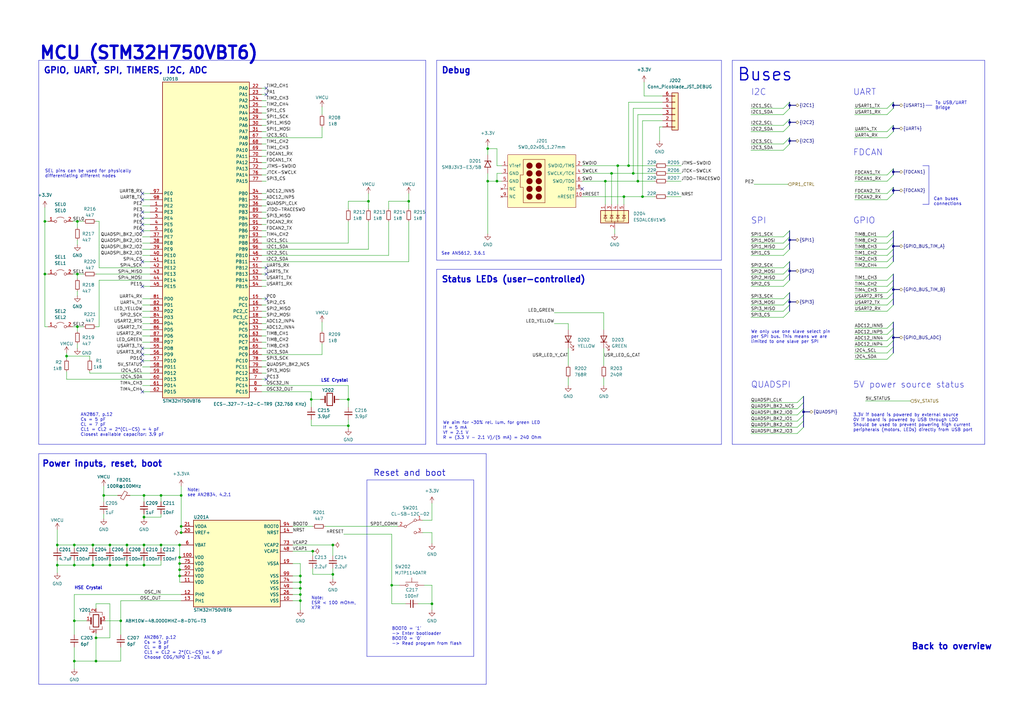
<source format=kicad_sch>
(kicad_sch (version 20230121) (generator eeschema)
  (paper "A3")
  (title_block (title "MCU") (company "EPFL Xplore") (comment 2 "Author: Vincent Nguyen"))
  (bus_alias "FDCAN1" (members "FDCAN1_TX" "FDCAN1_RX"))
  (bus_alias "FDCAN2" (members "FDCAN2_TX" "FDCAN2_RX"))
  (junction (at 248.285 74.295))
  (junction (at 200.025 74.295))
  (junction (at 30.48 271.145))
  (junction (at 128.27 226.06))
  (junction (at 31.75 112.395))
  (junction (at 177.165 247.65))
  (junction (at 250.825 71.12))
  (junction (at 329.565 168.91))
  (junction (at 66.04 223.52))
  (junction (at 151.13 82.55))
  (junction (at 366.395 52.705))
  (junction (at 123.19 238.76))
  (junction (at 74.295 203.2))
  (junction (at 73.66 236.22))
  (junction (at 200.025 60.96))
  (junction (at 257.81 67.945))
  (junction (at 123.19 236.22))
  (junction (at 123.19 243.84))
  (junction (at 142.875 174.625))
  (junction (at 142.875 163.83))
  (junction (at 323.85 43.18))
  (junction (at 59.055 231.775))
  (junction (at 18.415 112.395))
  (junction (at 167.64 82.55))
  (junction (at 74.295 215.9))
  (junction (at 30.48 223.52))
  (junction (at 45.085 231.775))
  (junction (at 49.53 254.635))
  (junction (at 30.48 254.635))
  (junction (at 45.085 223.52))
  (junction (at 203.835 74.295))
  (junction (at 160.655 240.03))
  (junction (at 255.905 80.645))
  (junction (at 366.395 70.485))
  (junction (at 52.07 231.775))
  (junction (at 74.295 218.44))
  (junction (at 73.66 223.52))
  (junction (at 42.545 203.2))
  (junction (at 136.525 235.585))
  (junction (at 261.62 74.295))
  (junction (at 263.525 80.645))
  (junction (at 39.37 261.62))
  (junction (at 59.055 212.09))
  (junction (at 52.07 223.52))
  (junction (at 66.04 203.2))
  (junction (at 366.395 43.18))
  (junction (at 323.85 98.425))
  (junction (at 253.365 67.945))
  (junction (at 366.395 100.965))
  (junction (at 31.75 90.805))
  (junction (at 59.055 223.52))
  (junction (at 39.37 271.145))
  (junction (at 366.395 138.43))
  (junction (at 366.395 118.745))
  (junction (at 323.85 123.825))
  (junction (at 73.66 231.14))
  (junction (at 73.66 233.68))
  (junction (at 23.495 223.52))
  (junction (at 38.1 231.775))
  (junction (at 30.48 231.775))
  (junction (at 31.75 133.985))
  (junction (at 366.395 78.105))
  (junction (at 23.495 231.775))
  (junction (at 136.525 223.52))
  (junction (at 259.715 71.12))
  (junction (at 27.305 146.05))
  (junction (at 73.66 228.6))
  (junction (at 38.1 223.52))
  (junction (at 59.055 203.2))
  (junction (at 323.85 50.165))
  (junction (at 323.85 111.125))
  (junction (at 18.415 90.805))
  (junction (at 127.635 163.83))
  (junction (at 323.85 57.785))
  (junction (at 123.19 241.3))
  (junction (at 123.19 246.38))
  (no_connect (at 58.42 89.535))
  (no_connect (at 58.42 107.315))
  (no_connect (at 109.22 109.855))
  (no_connect (at 58.42 160.655))
  (no_connect (at 58.42 147.955))
  (no_connect (at 58.42 145.415))
  (no_connect (at 109.22 38.735))
  (no_connect (at 58.42 79.375))
  (no_connect (at 109.22 122.555))
  (no_connect (at 109.22 112.395))
  (no_connect (at 58.42 142.875))
  (no_connect (at 109.22 36.195))
  (no_connect (at 58.42 117.475))
  (no_connect (at 58.42 94.615))
  (no_connect (at 58.42 86.995))
  (no_connect (at 238.76 77.47))
  (no_connect (at 109.22 155.575))
  (no_connect (at 58.42 92.075))
  (no_connect (at 58.42 81.915))
  (bus_entry (at 363.855 79.375) (size 2.54 -2.54))
  (bus_entry (at 321.31 61.595) (size 2.54 -2.54))
  (bus_entry (at 327.025 175.26) (size 2.54 -2.54))
  (bus_entry (at 363.855 107.315) (size 2.54 -2.54))
  (bus_entry (at 363.855 122.555) (size 2.54 -2.54))
  (bus_entry (at 321.31 127.635) (size 2.54 -2.54))
  (bus_entry (at 363.855 147.32) (size 2.54 -2.54))
  (bus_entry (at 327.025 177.8) (size 2.54 -2.54))
  (bus_entry (at 363.855 56.515) (size 2.54 -2.54))
  (bus_entry (at 363.855 104.775) (size 2.54 -2.54))
  (bus_entry (at 363.855 127.635) (size 2.54 -2.54))
  (bus_entry (at 321.31 117.475) (size 2.54 -2.54))
  (bus_entry (at 363.855 109.855) (size 2.54 -2.54))
  (bus_entry (at 321.31 46.99) (size 2.54 -2.54))
  (bus_entry (at 363.855 53.975) (size 2.54 -2.54))
  (bus_entry (at 321.31 44.45) (size 2.54 -2.54))
  (bus_entry (at 321.31 53.975) (size 2.54 -2.54))
  (bus_entry (at 363.855 142.24) (size 2.54 -2.54))
  (bus_entry (at 363.855 102.235) (size 2.54 -2.54))
  (bus_entry (at 321.31 125.095) (size 2.54 -2.54))
  (bus_entry (at 363.855 97.155) (size 2.54 -2.54))
  (bus_entry (at 363.855 144.78) (size 2.54 -2.54))
  (bus_entry (at 363.855 125.095) (size 2.54 -2.54))
  (bus_entry (at 321.31 51.435) (size 2.54 -2.54))
  (bus_entry (at 321.31 59.055) (size 2.54 -2.54))
  (bus_entry (at 327.025 167.64) (size 2.54 -2.54))
  (bus_entry (at 321.31 112.395) (size 2.54 -2.54))
  (bus_entry (at 321.31 102.235) (size 2.54 -2.54))
  (bus_entry (at 321.31 104.775) (size 2.54 -2.54))
  (bus_entry (at 363.855 120.015) (size 2.54 -2.54))
  (bus_entry (at 327.025 172.72) (size 2.54 -2.54))
  (bus_entry (at 363.855 99.695) (size 2.54 -2.54))
  (bus_entry (at 363.855 134.62) (size 2.54 -2.54))
  (bus_entry (at 327.025 170.18) (size 2.54 -2.54))
  (bus_entry (at 363.855 71.755) (size 2.54 -2.54))
  (bus_entry (at 321.31 109.855) (size 2.54 -2.54))
  (bus_entry (at 321.31 114.935) (size 2.54 -2.54))
  (bus_entry (at 363.855 137.16) (size 2.54 -2.54))
  (bus_entry (at 321.31 122.555) (size 2.54 -2.54))
  (bus_entry (at 363.855 139.7) (size 2.54 -2.54))
  (bus_entry (at 321.31 99.695) (size 2.54 -2.54))
  (bus_entry (at 321.31 97.155) (size 2.54 -2.54))
  (bus_entry (at 327.025 165.1) (size 2.54 -2.54))
  (bus_entry (at 363.855 74.295) (size 2.54 -2.54))
  (bus_entry (at 363.855 44.45) (size 2.54 -2.54))
  (bus_entry (at 363.855 114.935) (size 2.54 -2.54))
  (bus_entry (at 363.855 46.99) (size 2.54 -2.54))
  (bus_entry (at 321.31 130.175) (size 2.54 -2.54))
  (bus_entry (at 363.855 81.915) (size 2.54 -2.54))
  (bus_entry (at 363.855 117.475) (size 2.54 -2.54))
  (wire (pts (xy 107.315 153.035) (xy 109.22 153.035)))
  (wire (pts (xy 233.045 142.875) (xy 233.045 149.86)))
  (wire (pts (xy 127.635 174.625) (xy 127.635 172.085)))
  (wire (pts (xy 177.165 206.375) (xy 177.165 213.36)))
  (bus (pts (xy 329.565 165.1) (xy 329.565 167.64)))
  (wire (pts (xy 30.48 231.775) (xy 38.1 231.775)))
  (wire (pts (xy 107.315 61.595) (xy 109.22 61.595)))
  (wire (pts (xy 248.285 74.295) (xy 261.62 74.295)))
  (wire (pts (xy 227.33 132.715) (xy 233.045 132.715)))
  (wire (pts (xy 273.6316 80.645) (xy 279.4 80.645)))
  (bus (pts (xy 366.395 134.62) (xy 366.395 137.16)))
  (wire (pts (xy 350.52 99.695) (xy 363.855 99.695)))
  (wire (pts (xy 132.08 43.815) (xy 132.08 46.99)))
  (polyline (pts (xy 179.07 110.49) (xy 179.07 182.245)))
  (wire (pts (xy 30.48 243.84) (xy 30.48 254.635)))
  (polyline (pts (xy 174.625 182.245) (xy 15.875 182.245)))
  (wire (pts (xy 307.975 46.99) (xy 321.31 46.99)))
  (bus (pts (xy 366.395 102.235) (xy 366.395 104.775)))
  (wire (pts (xy 166.37 247.65) (xy 160.655 247.65)))
  (bus (pts (xy 366.395 43.18) (xy 368.935 43.18)))
  (wire (pts (xy 38.1 231.775) (xy 38.1 229.87)))
  (wire (pts (xy 350.52 107.315) (xy 363.855 107.315)))
  (wire (pts (xy 350.52 104.775) (xy 363.855 104.775)))
  (bus (pts (xy 366.395 100.965) (xy 368.935 100.965)))
  (wire (pts (xy 255.905 80.645) (xy 263.525 80.645)))
  (wire (pts (xy 29.845 112.395) (xy 31.75 112.395)))
  (wire (pts (xy 107.315 79.375) (xy 109.22 79.375)))
  (wire (pts (xy 73.66 231.14) (xy 73.66 233.68)))
  (wire (pts (xy 307.975 167.64) (xy 327.025 167.64)))
  (wire (pts (xy 177.165 240.03) (xy 173.99 240.03)))
  (wire (pts (xy 255.905 80.645) (xy 255.905 83.82)))
  (wire (pts (xy 259.715 44.45) (xy 271.78 44.45)))
  (wire (pts (xy 49.53 246.38) (xy 74.295 246.38)))
  (polyline (pts (xy 179.07 110.49) (xy 295.91 110.49)))
  (wire (pts (xy 264.16 33.655) (xy 264.16 39.37)))
  (wire (pts (xy 107.315 53.975) (xy 109.22 53.975)))
  (wire (pts (xy 167.64 82.55) (xy 159.385 82.55)))
  (wire (pts (xy 160.655 240.03) (xy 163.83 240.03)))
  (polyline (pts (xy 403.86 182.245) (xy 403.86 24.765)))
  (wire (pts (xy 205.74 71.12) (xy 203.835 71.12)))
  (wire (pts (xy 109.22 155.575) (xy 107.315 155.575)))
  (wire (pts (xy 142.875 82.55) (xy 142.875 85.725)))
  (wire (pts (xy 107.315 107.315) (xy 167.64 107.315)))
  (bus (pts (xy 366.395 52.705) (xy 368.935 52.705)))
  (wire (pts (xy 123.19 243.84) (xy 120.015 243.84)))
  (wire (pts (xy 350.52 71.755) (xy 363.855 71.755)))
  (wire (pts (xy 307.975 114.935) (xy 321.31 114.935)))
  (wire (pts (xy 19.685 133.985) (xy 18.415 133.985)))
  (wire (pts (xy 107.315 150.495) (xy 109.22 150.495)))
  (wire (pts (xy 107.315 112.395) (xy 109.22 112.395)))
  (bus (pts (xy 366.395 99.695) (xy 366.395 100.965)))
  (wire (pts (xy 107.315 71.755) (xy 109.22 71.755)))
  (wire (pts (xy 307.975 177.8) (xy 327.025 177.8)))
  (wire (pts (xy 142.875 158.115) (xy 142.875 163.83)))
  (wire (pts (xy 58.42 132.715) (xy 61.595 132.715)))
  (wire (pts (xy 307.975 112.395) (xy 321.31 112.395)))
  (wire (pts (xy 307.975 130.175) (xy 321.31 130.175)))
  (wire (pts (xy 18.415 133.985) (xy 18.415 112.395)))
  (polyline (pts (xy 295.91 24.765) (xy 295.91 106.68)))
  (wire (pts (xy 350.52 46.99) (xy 363.855 46.99)))
  (wire (pts (xy 123.19 231.14) (xy 120.015 231.14)))
  (wire (pts (xy 58.42 160.655) (xy 61.595 160.655)))
  (wire (pts (xy 107.315 43.815) (xy 109.22 43.815)))
  (wire (pts (xy 58.42 145.415) (xy 61.595 145.415)))
  (bus (pts (xy 323.85 107.315) (xy 323.85 109.855)))
  (wire (pts (xy 107.315 114.935) (xy 109.22 114.935)))
  (wire (pts (xy 58.42 130.175) (xy 61.595 130.175)))
  (wire (pts (xy 45.085 231.775) (xy 52.07 231.775)))
  (wire (pts (xy 123.19 238.76) (xy 120.015 238.76)))
  (wire (pts (xy 307.975 99.695) (xy 321.31 99.695)))
  (wire (pts (xy 200.025 63.5) (xy 200.025 60.96)))
  (wire (pts (xy 30.48 254.635) (xy 30.48 260.35)))
  (wire (pts (xy 238.76 67.945) (xy 253.365 67.945)))
  (wire (pts (xy 52.07 223.52) (xy 59.055 223.52)))
  (wire (pts (xy 39.37 271.145) (xy 49.53 271.145)))
  (wire (pts (xy 350.52 134.62) (xy 363.855 134.62)))
  (wire (pts (xy 350.52 44.45) (xy 363.855 44.45)))
  (bus (pts (xy 323.85 112.395) (xy 323.85 114.935)))
  (wire (pts (xy 307.975 59.055) (xy 321.31 59.055)))
  (wire (pts (xy 39.37 90.805) (xy 40.64 90.805)))
  (wire (pts (xy 30.48 271.145) (xy 30.48 274.32)))
  (polyline (pts (xy 15.875 186.055) (xy 199.39 186.055)))
  (wire (pts (xy 120.015 215.9) (xy 128.27 215.9)))
  (wire (pts (xy 151.13 82.55) (xy 142.875 82.55)))
  (wire (pts (xy 107.315 109.855) (xy 109.22 109.855)))
  (wire (pts (xy 39.37 112.395) (xy 61.595 112.395)))
  (wire (pts (xy 200.025 71.12) (xy 200.025 74.295)))
  (wire (pts (xy 307.975 44.45) (xy 321.31 44.45)))
  (wire (pts (xy 257.81 67.945) (xy 268.605 67.945)))
  (wire (pts (xy 36.83 153.035) (xy 36.83 152.4)))
  (wire (pts (xy 58.42 97.155) (xy 61.595 97.155)))
  (bus (pts (xy 366.395 112.395) (xy 366.395 114.935)))
  (wire (pts (xy 23.495 223.52) (xy 23.495 224.79)))
  (wire (pts (xy 38.1 223.52) (xy 45.085 223.52)))
  (wire (pts (xy 73.66 238.76) (xy 74.295 238.76)))
  (wire (pts (xy 58.42 107.315) (xy 61.595 107.315)))
  (wire (pts (xy 66.04 223.52) (xy 73.66 223.52)))
  (bus (pts (xy 323.85 109.855) (xy 323.85 111.125)))
  (wire (pts (xy 45.085 247.65) (xy 45.085 261.62)))
  (wire (pts (xy 128.27 233.045) (xy 128.27 235.585)))
  (wire (pts (xy 36.83 146.05) (xy 36.83 147.32)))
  (wire (pts (xy 200.025 74.295) (xy 200.025 95.885)))
  (wire (pts (xy 307.975 127.635) (xy 321.31 127.635)))
  (wire (pts (xy 350.52 139.7) (xy 363.855 139.7)))
  (wire (pts (xy 350.52 97.155) (xy 363.855 97.155)))
  (bus (pts (xy 366.395 41.91) (xy 366.395 43.18)))
  (bus (pts (xy 323.85 122.555) (xy 323.85 123.825)))
  (wire (pts (xy 109.22 94.615) (xy 107.315 94.615)))
  (wire (pts (xy 270.51 57.785) (xy 270.51 52.07)))
  (wire (pts (xy 107.315 69.215) (xy 109.22 69.215)))
  (wire (pts (xy 58.42 81.915) (xy 61.595 81.915)))
  (wire (pts (xy 66.04 203.2) (xy 74.295 203.2)))
  (wire (pts (xy 350.52 102.235) (xy 363.855 102.235)))
  (wire (pts (xy 31.75 112.395) (xy 31.75 114.3)))
  (wire (pts (xy 253.365 67.945) (xy 253.365 83.82)))
  (polyline (pts (xy 150.495 196.85) (xy 194.31 196.85)))
  (bus (pts (xy 366.395 70.485) (xy 368.935 70.485)))
  (wire (pts (xy 203.835 74.295) (xy 205.74 74.295)))
  (wire (pts (xy 167.64 90.805) (xy 167.64 107.315)))
  (wire (pts (xy 58.42 104.775) (xy 61.595 104.775)))
  (wire (pts (xy 259.715 71.12) (xy 268.605 71.12)))
  (wire (pts (xy 107.315 81.915) (xy 109.22 81.915)))
  (wire (pts (xy 73.66 236.22) (xy 73.66 238.76)))
  (bus (pts (xy 323.85 97.155) (xy 323.85 98.425)))
  (bus (pts (xy 323.85 111.125) (xy 326.39 111.125)))
  (wire (pts (xy 123.19 236.22) (xy 123.19 238.76)))
  (wire (pts (xy 307.975 51.435) (xy 321.31 51.435)))
  (wire (pts (xy 59.055 223.52) (xy 66.04 223.52)))
  (polyline (pts (xy 179.07 106.68) (xy 179.07 24.765)))
  (wire (pts (xy 128.27 226.06) (xy 128.27 227.965)))
  (wire (pts (xy 307.975 61.595) (xy 321.31 61.595)))
  (wire (pts (xy 123.19 246.38) (xy 123.19 250.19)))
  (wire (pts (xy 171.45 247.65) (xy 177.165 247.65)))
  (wire (pts (xy 30.48 243.84) (xy 74.295 243.84)))
  (wire (pts (xy 66.04 203.2) (xy 66.04 205.74)))
  (wire (pts (xy 45.085 223.52) (xy 52.07 223.52)))
  (wire (pts (xy 23.495 229.87) (xy 23.495 231.775)))
  (wire (pts (xy 238.76 74.295) (xy 248.285 74.295)))
  (wire (pts (xy 73.66 223.52) (xy 74.295 223.52)))
  (wire (pts (xy 31.75 133.985) (xy 31.75 135.89)))
  (wire (pts (xy 142.875 90.805) (xy 142.875 99.695)))
  (bus (pts (xy 366.395 118.745) (xy 368.935 118.745)))
  (wire (pts (xy 23.495 231.775) (xy 23.495 234.95)))
  (wire (pts (xy 238.76 71.12) (xy 250.825 71.12)))
  (polyline (pts (xy 199.39 186.055) (xy 199.39 280.67)))
  (bus (pts (xy 366.395 51.435) (xy 366.395 52.705)))
  (bus (pts (xy 366.395 142.24) (xy 366.395 144.78)))
  (bus (pts (xy 329.565 168.91) (xy 332.105 168.91)))
  (bus (pts (xy 323.85 50.165) (xy 323.85 51.435)))
  (wire (pts (xy 73.66 223.52) (xy 73.66 228.6)))
  (wire (pts (xy 58.42 102.235) (xy 61.595 102.235)))
  (bus (pts (xy 366.395 117.475) (xy 366.395 118.745)))
  (wire (pts (xy 142.875 174.625) (xy 142.875 175.895)))
  (wire (pts (xy 107.315 142.875) (xy 109.22 142.875)))
  (wire (pts (xy 350.52 147.32) (xy 363.855 147.32)))
  (wire (pts (xy 200.025 59.69) (xy 200.025 60.96)))
  (polyline (pts (xy 300.355 24.765) (xy 403.86 24.765)))
  (wire (pts (xy 160.655 219.075) (xy 160.655 240.03)))
  (bus (pts (xy 366.395 78.105) (xy 368.935 78.105)))
  (polyline (pts (xy 179.07 106.68) (xy 295.91 106.68)))
  (wire (pts (xy 59.055 231.775) (xy 59.055 229.87)))
  (wire (pts (xy 23.495 217.17) (xy 23.495 223.52)))
  (wire (pts (xy 203.835 71.12) (xy 203.835 74.295)))
  (wire (pts (xy 350.52 125.095) (xy 363.855 125.095)))
  (wire (pts (xy 73.66 233.68) (xy 74.295 233.68)))
  (polyline (pts (xy 174.625 24.765) (xy 174.625 182.245)))
  (polyline (pts (xy 199.39 280.67) (xy 15.875 280.67)))
  (wire (pts (xy 123.19 246.38) (xy 120.015 246.38)))
  (wire (pts (xy 107.315 132.715) (xy 109.22 132.715)))
  (wire (pts (xy 132.08 145.415) (xy 132.08 140.97)))
  (wire (pts (xy 59.055 203.2) (xy 66.04 203.2)))
  (wire (pts (xy 107.315 130.175) (xy 109.22 130.175)))
  (bus (pts (xy 366.395 100.965) (xy 366.395 102.235)))
  (wire (pts (xy 233.045 154.94) (xy 233.045 158.115)))
  (wire (pts (xy 58.42 92.075) (xy 61.595 92.075)))
  (bus (pts (xy 329.565 167.64) (xy 329.565 168.91)))
  (bus (pts (xy 323.85 94.615) (xy 323.85 97.155)))
  (polyline (pts (xy 300.355 24.765) (xy 300.355 182.245)))
  (wire (pts (xy 59.055 203.2) (xy 59.055 205.74)))
  (wire (pts (xy 203.835 67.945) (xy 205.74 67.945)))
  (wire (pts (xy 58.42 79.375) (xy 61.595 79.375)))
  (wire (pts (xy 107.315 99.695) (xy 142.875 99.695)))
  (wire (pts (xy 59.055 212.09) (xy 59.055 212.725)))
  (wire (pts (xy 136.525 223.52) (xy 136.525 227.965)))
  (wire (pts (xy 31.75 112.395) (xy 34.29 112.395)))
  (wire (pts (xy 307.975 172.72) (xy 327.025 172.72)))
  (wire (pts (xy 30.48 265.43) (xy 30.48 271.145)))
  (wire (pts (xy 227.33 128.27) (xy 247.65 128.27)))
  (wire (pts (xy 58.42 99.695) (xy 61.595 99.695)))
  (wire (pts (xy 74.295 218.44) (xy 74.295 215.9)))
  (bus (pts (xy 366.395 76.835) (xy 366.395 78.105)))
  (wire (pts (xy 45.085 223.52) (xy 45.085 224.79)))
  (wire (pts (xy 73.66 228.6) (xy 73.66 231.14)))
  (wire (pts (xy 107.315 41.275) (xy 109.22 41.275)))
  (wire (pts (xy 58.42 137.795) (xy 61.595 137.795)))
  (wire (pts (xy 307.975 122.555) (xy 321.31 122.555)))
  (wire (pts (xy 31.75 98.425) (xy 31.75 100.33)))
  (wire (pts (xy 30.48 223.52) (xy 30.48 224.79)))
  (wire (pts (xy 142.875 172.085) (xy 142.875 174.625)))
  (wire (pts (xy 107.315 147.955) (xy 109.22 147.955)))
  (wire (pts (xy 43.18 254.635) (xy 49.53 254.635)))
  (wire (pts (xy 247.65 142.875) (xy 247.65 149.86)))
  (wire (pts (xy 107.315 135.255) (xy 109.22 135.255)))
  (wire (pts (xy 159.385 90.805) (xy 159.385 104.775)))
  (wire (pts (xy 307.975 125.095) (xy 321.31 125.095)))
  (wire (pts (xy 107.315 117.475) (xy 109.22 117.475)))
  (wire (pts (xy 45.085 231.775) (xy 45.085 229.87)))
  (wire (pts (xy 73.66 231.14) (xy 74.295 231.14)))
  (polyline (pts (xy 194.31 196.85) (xy 194.31 269.24)))
  (wire (pts (xy 107.315 86.995) (xy 109.22 86.995)))
  (wire (pts (xy 203.835 67.945) (xy 203.835 60.96)))
  (wire (pts (xy 39.37 261.62) (xy 39.37 271.145)))
  (wire (pts (xy 27.305 144.78) (xy 27.305 146.05)))
  (wire (pts (xy 23.495 231.775) (xy 30.48 231.775)))
  (wire (pts (xy 132.08 52.07) (xy 132.08 56.515)))
  (wire (pts (xy 263.525 49.53) (xy 263.525 80.645)))
  (wire (pts (xy 74.295 215.9) (xy 74.295 203.2)))
  (wire (pts (xy 307.975 165.1) (xy 327.025 165.1)))
  (wire (pts (xy 107.315 38.735) (xy 109.22 38.735)))
  (wire (pts (xy 31.75 90.805) (xy 34.29 90.805)))
  (wire (pts (xy 107.315 46.355) (xy 109.22 46.355)))
  (wire (pts (xy 107.315 51.435) (xy 109.22 51.435)))
  (wire (pts (xy 38.1 223.52) (xy 38.1 224.79)))
  (wire (pts (xy 248.285 74.295) (xy 248.285 83.82)))
  (wire (pts (xy 257.81 41.91) (xy 257.81 67.945)))
  (bus (pts (xy 366.395 43.18) (xy 366.395 44.45)))
  (wire (pts (xy 66.04 210.82) (xy 66.04 212.09)))
  (wire (pts (xy 133.35 215.9) (xy 163.195 215.9)))
  (wire (pts (xy 159.385 82.55) (xy 159.385 85.725)))
  (wire (pts (xy 177.165 247.65) (xy 177.165 240.03)))
  (wire (pts (xy 151.13 82.55) (xy 151.13 85.725)))
  (wire (pts (xy 123.19 236.22) (xy 120.015 236.22)))
  (bus (pts (xy 323.85 48.895) (xy 323.85 50.165)))
  (wire (pts (xy 58.42 84.455) (xy 61.595 84.455)))
  (wire (pts (xy 307.975 170.18) (xy 327.025 170.18)))
  (wire (pts (xy 350.52 114.935) (xy 363.855 114.935)))
  (wire (pts (xy 42.545 199.39) (xy 42.545 203.2)))
  (polyline (pts (xy 378.46 67.945) (xy 381 67.945)))
  (wire (pts (xy 107.315 140.335) (xy 109.22 140.335)))
  (wire (pts (xy 109.22 92.075) (xy 107.315 92.075)))
  (wire (pts (xy 36.83 153.035) (xy 61.595 153.035)))
  (wire (pts (xy 136.525 235.585) (xy 136.525 233.045)))
  (bus (pts (xy 329.565 168.91) (xy 329.565 170.18)))
  (wire (pts (xy 109.22 97.155) (xy 107.315 97.155)))
  (wire (pts (xy 59.055 231.775) (xy 66.04 231.775)))
  (wire (pts (xy 350.52 127.635) (xy 363.855 127.635)))
  (wire (pts (xy 58.42 125.095) (xy 61.595 125.095)))
  (bus (pts (xy 366.395 104.775) (xy 366.395 107.315)))
  (bus (pts (xy 366.395 120.015) (xy 366.395 122.555)))
  (wire (pts (xy 59.055 223.52) (xy 59.055 224.79)))
  (wire (pts (xy 58.42 150.495) (xy 61.595 150.495)))
  (wire (pts (xy 270.51 52.07) (xy 271.78 52.07)))
  (wire (pts (xy 52.07 231.775) (xy 59.055 231.775)))
  (bus (pts (xy 323.85 123.825) (xy 323.85 125.095)))
  (bus (pts (xy 323.85 123.825) (xy 326.39 123.825)))
  (wire (pts (xy 52.07 231.775) (xy 52.07 229.87)))
  (wire (pts (xy 107.315 48.895) (xy 109.22 48.895)))
  (wire (pts (xy 350.52 81.915) (xy 363.855 81.915)))
  (wire (pts (xy 200.025 60.96) (xy 203.835 60.96)))
  (bus (pts (xy 329.565 172.72) (xy 329.565 175.26)))
  (wire (pts (xy 309.245 75.565) (xy 323.215 75.565)))
  (polyline (pts (xy 381 67.945) (xy 381 83.82)))
  (bus (pts (xy 323.85 41.91) (xy 323.85 43.18)))
  (polyline (pts (xy 15.875 186.055) (xy 15.875 280.67)))
  (wire (pts (xy 66.04 231.775) (xy 66.04 229.87)))
  (wire (pts (xy 109.22 122.555) (xy 107.315 122.555)))
  (wire (pts (xy 307.975 53.975) (xy 321.31 53.975)))
  (wire (pts (xy 58.42 94.615) (xy 61.595 94.615)))
  (wire (pts (xy 18.415 90.805) (xy 18.415 112.395)))
  (wire (pts (xy 52.07 223.52) (xy 52.07 224.79)))
  (wire (pts (xy 58.42 127.635) (xy 61.595 127.635)))
  (wire (pts (xy 107.315 59.055) (xy 109.22 59.055)))
  (wire (pts (xy 58.42 135.255) (xy 61.595 135.255)))
  (wire (pts (xy 39.37 249.555) (xy 39.37 247.65)))
  (wire (pts (xy 307.975 102.235) (xy 321.31 102.235)))
  (wire (pts (xy 350.52 122.555) (xy 363.855 122.555)))
  (wire (pts (xy 39.37 133.985) (xy 40.64 133.985)))
  (wire (pts (xy 128.27 235.585) (xy 136.525 235.585)))
  (wire (pts (xy 18.415 85.09) (xy 18.415 90.805)))
  (wire (pts (xy 120.015 226.06) (xy 128.27 226.06)))
  (bus (pts (xy 329.565 170.18) (xy 329.565 172.72)))
  (wire (pts (xy 350.52 144.78) (xy 363.855 144.78)))
  (wire (pts (xy 127.635 160.655) (xy 127.635 163.83)))
  (bus (pts (xy 366.395 114.935) (xy 366.395 117.475)))
  (wire (pts (xy 142.875 163.83) (xy 139.065 163.83)))
  (wire (pts (xy 167.64 82.55) (xy 167.64 85.725)))
  (wire (pts (xy 123.19 231.14) (xy 123.19 236.22)))
  (wire (pts (xy 40.64 109.855) (xy 61.595 109.855)))
  (bus (pts (xy 366.395 69.215) (xy 366.395 70.485)))
  (wire (pts (xy 58.42 140.335) (xy 61.595 140.335)))
  (wire (pts (xy 350.52 53.975) (xy 363.855 53.975)))
  (wire (pts (xy 107.315 127.635) (xy 109.22 127.635)))
  (wire (pts (xy 107.315 36.195) (xy 109.22 36.195)))
  (wire (pts (xy 257.81 41.91) (xy 271.78 41.91)))
  (wire (pts (xy 151.13 79.375) (xy 151.13 82.55)))
  (polyline (pts (xy 378.46 83.82) (xy 381 83.82)))
  (wire (pts (xy 136.525 235.585) (xy 136.525 237.49)))
  (wire (pts (xy 58.42 158.115) (xy 61.595 158.115)))
  (wire (pts (xy 350.52 56.515) (xy 363.855 56.515)))
  (wire (pts (xy 142.875 163.83) (xy 142.875 167.005)))
  (wire (pts (xy 140.97 219.075) (xy 160.655 219.075)))
  (bus (pts (xy 323.85 98.425) (xy 323.85 99.695)))
  (wire (pts (xy 151.13 90.805) (xy 151.13 102.235)))
  (wire (pts (xy 350.52 79.375) (xy 363.855 79.375)))
  (wire (pts (xy 200.025 74.295) (xy 203.835 74.295)))
  (wire (pts (xy 45.085 261.62) (xy 39.37 261.62)))
  (wire (pts (xy 58.42 89.535) (xy 61.595 89.535)))
  (wire (pts (xy 42.545 210.82) (xy 42.545 212.725)))
  (polyline (pts (xy 150.495 269.24) (xy 150.495 196.85)))
  (bus (pts (xy 323.85 120.015) (xy 323.85 122.555)))
  (wire (pts (xy 18.415 90.805) (xy 19.685 90.805)))
  (wire (pts (xy 123.19 243.84) (xy 123.19 246.38)))
  (bus (pts (xy 366.395 138.43) (xy 366.395 139.7)))
  (wire (pts (xy 49.53 246.38) (xy 49.53 254.635)))
  (polyline (pts (xy 179.07 182.245) (xy 295.91 182.245)))
  (wire (pts (xy 233.045 132.715) (xy 233.045 135.255)))
  (wire (pts (xy 167.64 79.375) (xy 167.64 82.55)))
  (wire (pts (xy 273.685 74.295) (xy 279.4 74.295)))
  (wire (pts (xy 58.42 122.555) (xy 61.595 122.555)))
  (bus (pts (xy 323.85 50.165) (xy 326.39 50.165)))
  (bus (pts (xy 323.85 125.095) (xy 323.85 127.635)))
  (wire (pts (xy 74.295 199.39) (xy 74.295 203.2)))
  (polyline (pts (xy 300.355 182.245) (xy 403.86 182.245)))
  (wire (pts (xy 73.66 228.6) (xy 74.295 228.6)))
  (wire (pts (xy 39.37 261.62) (xy 39.37 259.715)))
  (polyline (pts (xy 379.73 43.18) (xy 382.27 43.18)))
  (wire (pts (xy 58.42 147.955) (xy 61.595 147.955)))
  (wire (pts (xy 160.655 247.65) (xy 160.655 240.03)))
  (wire (pts (xy 247.65 154.94) (xy 247.65 158.115)))
  (wire (pts (xy 107.315 145.415) (xy 132.08 145.415)))
  (wire (pts (xy 40.64 114.935) (xy 61.595 114.935)))
  (wire (pts (xy 123.19 241.3) (xy 123.19 243.84)))
  (wire (pts (xy 250.825 71.12) (xy 250.825 83.82)))
  (wire (pts (xy 142.875 174.625) (xy 127.635 174.625)))
  (wire (pts (xy 38.1 231.775) (xy 45.085 231.775)))
  (wire (pts (xy 59.055 210.82) (xy 59.055 212.09)))
  (wire (pts (xy 123.19 238.76) (xy 123.19 241.3)))
  (wire (pts (xy 107.315 104.775) (xy 159.385 104.775)))
  (wire (pts (xy 107.315 102.235) (xy 151.13 102.235)))
  (wire (pts (xy 261.62 46.99) (xy 261.62 74.295)))
  (bus (pts (xy 366.395 118.745) (xy 366.395 120.015)))
  (wire (pts (xy 350.52 120.015) (xy 363.855 120.015)))
  (wire (pts (xy 177.165 213.36) (xy 173.355 213.36)))
  (wire (pts (xy 73.66 236.22) (xy 74.295 236.22)))
  (wire (pts (xy 307.975 117.475) (xy 321.31 117.475)))
  (polyline (pts (xy 150.495 269.24) (xy 194.31 269.24)))
  (wire (pts (xy 31.75 90.805) (xy 31.75 93.345)))
  (wire (pts (xy 261.62 74.295) (xy 268.605 74.295)))
  (bus (pts (xy 329.565 162.56) (xy 329.565 165.1)))
  (wire (pts (xy 259.715 44.45) (xy 259.715 71.12)))
  (wire (pts (xy 264.16 39.37) (xy 271.78 39.37)))
  (wire (pts (xy 30.48 229.87) (xy 30.48 231.775)))
  (wire (pts (xy 40.64 114.935) (xy 40.64 133.985)))
  (wire (pts (xy 58.42 142.875) (xy 61.595 142.875)))
  (wire (pts (xy 120.015 223.52) (xy 136.525 223.52)))
  (wire (pts (xy 42.545 203.2) (xy 42.545 205.74)))
  (polyline (pts (xy 179.07 24.765) (xy 295.91 24.765)))
  (wire (pts (xy 66.04 212.09) (xy 59.055 212.09)))
  (wire (pts (xy 247.65 128.27) (xy 247.65 135.255)))
  (wire (pts (xy 107.315 89.535) (xy 109.22 89.535)))
  (wire (pts (xy 107.315 84.455) (xy 109.22 84.455)))
  (wire (pts (xy 177.165 222.885) (xy 177.165 218.44)))
  (wire (pts (xy 31.75 133.985) (xy 34.29 133.985)))
  (wire (pts (xy 27.305 155.575) (xy 61.595 155.575)))
  (wire (pts (xy 350.52 74.295) (xy 363.855 74.295)))
  (wire (pts (xy 350.52 117.475) (xy 363.855 117.475)))
  (wire (pts (xy 350.52 137.16) (xy 363.855 137.16)))
  (wire (pts (xy 307.975 109.855) (xy 321.31 109.855)))
  (wire (pts (xy 307.975 97.155) (xy 321.31 97.155)))
  (wire (pts (xy 307.975 175.26) (xy 327.025 175.26)))
  (wire (pts (xy 42.545 203.2) (xy 48.26 203.2)))
  (bus (pts (xy 366.395 52.705) (xy 366.395 53.975)))
  (wire (pts (xy 18.415 112.395) (xy 19.685 112.395)))
  (wire (pts (xy 40.64 90.805) (xy 40.64 109.855)))
  (wire (pts (xy 107.315 64.135) (xy 109.22 64.135)))
  (bus (pts (xy 366.395 94.615) (xy 366.395 97.155)))
  (wire (pts (xy 132.08 132.08) (xy 132.08 135.89)))
  (polyline (pts (xy 15.875 24.765) (xy 15.875 182.245)))
  (wire (pts (xy 23.495 223.52) (xy 30.48 223.52)))
  (wire (pts (xy 31.75 119.38) (xy 31.75 121.285)))
  (wire (pts (xy 107.315 74.295) (xy 109.22 74.295)))
  (wire (pts (xy 123.19 241.3) (xy 120.015 241.3)))
  (wire (pts (xy 31.75 140.97) (xy 31.75 142.875)))
  (wire (pts (xy 250.825 71.12) (xy 259.715 71.12)))
  (bus (pts (xy 323.85 98.425) (xy 326.39 98.425)))
  (wire (pts (xy 107.315 66.675) (xy 109.22 66.675)))
  (wire (pts (xy 263.525 49.53) (xy 271.78 49.53)))
  (bus (pts (xy 366.395 139.7) (xy 366.395 142.24)))
  (wire (pts (xy 177.165 250.19) (xy 177.165 247.65)))
  (wire (pts (xy 261.62 46.99) (xy 271.78 46.99)))
  (wire (pts (xy 58.42 86.995) (xy 61.595 86.995)))
  (wire (pts (xy 49.53 254.635) (xy 49.53 260.35)))
  (wire (pts (xy 39.37 247.65) (xy 45.085 247.65)))
  (wire (pts (xy 73.66 233.68) (xy 73.66 236.22)))
  (bus (pts (xy 323.85 99.695) (xy 323.85 102.235)))
  (bus (pts (xy 366.395 122.555) (xy 366.395 125.095)))
  (bus (pts (xy 323.85 57.785) (xy 323.85 59.055)))
  (wire (pts (xy 177.165 218.44) (xy 173.355 218.44)))
  (wire (pts (xy 354.965 164.465) (xy 373.38 164.465)))
  (wire (pts (xy 35.56 254.635) (xy 30.48 254.635)))
  (bus (pts (xy 366.395 97.155) (xy 366.395 99.695)))
  (wire (pts (xy 107.315 125.095) (xy 109.22 125.095)))
  (bus (pts (xy 323.85 43.18) (xy 326.39 43.18)))
  (bus (pts (xy 323.85 43.18) (xy 323.85 44.45)))
  (bus (pts (xy 366.395 70.485) (xy 366.395 71.755)))
  (wire (pts (xy 350.52 109.855) (xy 363.855 109.855)))
  (polyline (pts (xy 295.91 182.245) (xy 295.91 110.49)))
  (wire (pts (xy 66.04 223.52) (xy 66.04 224.79)))
  (bus (pts (xy 366.395 137.16) (xy 366.395 138.43)))
  (wire (pts (xy 58.42 117.475) (xy 61.595 117.475)))
  (bus (pts (xy 323.85 56.515) (xy 323.85 57.785)))
  (wire (pts (xy 30.48 271.145) (xy 39.37 271.145)))
  (wire (pts (xy 273.685 71.12) (xy 279.4 71.12)))
  (polyline (pts (xy 15.875 24.765) (xy 174.625 24.765)))
  (bus (pts (xy 366.395 78.105) (xy 366.395 79.375)))
  (wire (pts (xy 107.315 137.795) (xy 109.22 137.795)))
  (wire (pts (xy 27.305 155.575) (xy 27.305 152.4)))
  (wire (pts (xy 253.365 67.945) (xy 257.81 67.945)))
  (wire (pts (xy 107.315 56.515) (xy 132.08 56.515)))
  (wire (pts (xy 273.685 67.945) (xy 279.4 67.945)))
  (wire (pts (xy 107.315 158.115) (xy 142.875 158.115)))
  (wire (pts (xy 238.76 80.645) (xy 255.905 80.645)))
  (bus (pts (xy 366.395 138.43) (xy 368.935 138.43)))
  (wire (pts (xy 350.52 142.24) (xy 363.855 142.24)))
  (wire (pts (xy 30.48 223.52) (xy 38.1 223.52)))
  (bus (pts (xy 323.85 57.785) (xy 326.39 57.785)))
  (wire (pts (xy 252.095 93.98) (xy 252.095 95.885)))
  (wire (pts (xy 27.305 146.05) (xy 36.83 146.05)))
  (wire (pts (xy 29.845 133.985) (xy 31.75 133.985)))
  (wire (pts (xy 307.975 104.775) (xy 321.31 104.775)))
  (wire (pts (xy 263.525 80.645) (xy 268.5516 80.645)))
  (wire (pts (xy 29.845 90.805) (xy 31.75 90.805)))
  (wire (pts (xy 27.305 146.05) (xy 27.305 147.32)))
  (wire (pts (xy 107.315 160.655) (xy 127.635 160.655)))
  (wire (pts (xy 53.34 203.2) (xy 59.055 203.2)))
  (bus (pts (xy 323.85 111.125) (xy 323.85 112.395)))
  (wire (pts (xy 127.635 163.83) (xy 127.635 167.005)))
  (wire (pts (xy 49.53 271.145) (xy 49.53 265.43)))
  (bus (pts (xy 366.395 132.08) (xy 366.395 134.62)))
  (wire (pts (xy 127.635 163.83) (xy 131.445 163.83)))
  (text "FDCAN" (at 349.885 64.135 0) (effects (font (size 2.54 2.54)) (justify left bottom)))
  (text "Note:\nESR < 100 mOhm, \nX7R" (at 127.635 250.19 0) (effects (font (size 1.27 1.27)) (justify left bottom)))
  (text "AN2867, p.12\nCs = 5 pF\nCL = 7 pF\nCL1 = CL2 = 2*(CL-CS) = 4 pF\nClosest available capacitor: 3.9 pF" (at 33.02 179.07 0) (effects (font (size 1.27 1.27)) (justify left bottom)))
  (text "To USB/UART \nBridge" (at 383.54 45.085 0) (effects (font (size 1.27 1.27)) (justify left bottom)))
  (text "I2C" (at 307.975 39.37 0) (effects (font (size 2.54 2.54)) (justify left bottom)))
  (text "See AN5612, 3.6.1" (at 180.975 104.775 0) (effects (font (size 1.27 1.27)) (justify left bottom)))
  (text "3.3V if board is powered by external source\n0V if board is powered by USB through LDO\nShould be used to prevent powering high current\nperipherals (motors, LEDs) directly from USB port" (at 349.885 177.165 0) (effects (font (size 1.27 1.27)) (justify left bottom)))
  (text "We aim for ~30% rel. lum. for green LED\nIf = 5 mA\nVf = 2.1 V\nR = (3.3 V - 2.1 V)/(5 mA) = 240 Ohm" (at 181.61 180.34 0) (effects (font (size 1.27 1.27)) (justify left bottom)))
  (text "SPI" (at 307.975 92.075 0) (effects (font (size 2.54 2.54)) (justify left bottom)))
  (text "Power inputs, reset, boot" (at 17.145 191.77 0) (effects (font (size 2.54 2.54) (thickness 0.508) bold) (justify left bottom)))
  (text "5V power source status" (at 349.885 159.385 0) (effects (font (size 2.54 2.54)) (justify left bottom)))
  (text "MCU (STM32H750VBT6)" (at 15.875 24.765 0) (effects (font (size 5.08 5.08) bold) (justify left bottom)))
  (text "GPIO" (at 349.885 92.075 0) (effects (font (size 2.54 2.54)) (justify left bottom)))
  (text "HSE Crystal" (at 30.48 241.935 0) (effects (font (size 1.27 1.27) (thickness 0.254) bold) (justify left bottom)))
  (text "Reset and boot" (at 153.035 195.58 0) (effects (font (size 2.54 2.54) (thickness 0.254) bold) (justify left bottom)))
  (text "Back to overview" (at 407.035 266.7 0) (effects (font (size 2.54 2.54) (thickness 0.508) bold) (justify right bottom)))
  (text "Buses" (at 302.26 33.655 0) (effects (font (size 5.08 5.08) (thickness 0.508) bold) (justify left bottom)))
  (text "Note: \nsee AN2834, 4.2.1" (at 76.835 203.835 0) (effects (font (size 1.27 1.27)) (justify left bottom)))
  (text "UART" (at 349.885 39.37 0) (effects (font (size 2.54 2.54)) (justify left bottom)))
  (text "AN2867, p.12\nCs = 5 pF\nCL = 8 pF\nCL1 = CL2 = 2*(CL-CS) = 6 pF\nChoose C0G/NP0 1-2% tol." (at 59.055 270.51 0) (effects (font (size 1.27 1.27)) (justify left bottom)))
  (text "We only use one slave select pin \nper SPI bus. This means we are \nlimited to one slave per SPI" (at 307.975 140.97 0) (effects (font (size 1.27 1.27)) (justify left bottom)))
  (text "Status LEDs (user-controlled)" (at 180.975 116.205 0) (effects (font (size 2.54 2.54) bold) (justify left bottom)))
  (text "BOOT0 = '1' \n-> Enter bootloader\nBOOT0 = '0' \n-> Read program from flash" (at 160.655 264.795 0) (effects (font (size 1.27 1.27)) (justify left bottom)))
  (text "QUADSPI" (at 307.975 159.385 0) (effects (font (size 2.54 2.54)) (justify left bottom)))
  (text "SEL pins can be used for physically \ndifferentiating different nodes" (at 18.415 73.025 0) (effects (font (size 1.27 1.27)) (justify left bottom)))
  (text "Can buses\nconnections" (at 382.905 84.455 0) (effects (font (size 1.27 1.27)) (justify left bottom)))
  (text "Debug" (at 180.975 30.48 0) (effects (font (size 2.54 2.54) bold) (justify left bottom)))
  (text "LSE Crystal" (at 142.875 156.845 0) (effects (font (size 1.27 1.27) (thickness 0.254) bold) (justify right bottom)))
  (text "GPIO, UART, SPI, TIMERS, I2C, ADC" (at 17.78 30.48 0) (effects (font (size 2.54 2.54) bold) (justify left bottom)))
  (label "SPI1_CS" (at 109.22 46.355 0))
  (label "I2C1_SDA" (at 109.22 102.235 0))
  (label "QUADSPI_BK2_IO2" (at 307.975 175.26 0))
  (label "SPI2_SCK" (at 307.975 109.855 0))
  (label "I2C3_SDA" (at 109.22 145.415 0))
  (label "SPI1_MISO" (at 307.975 102.235 0))
  (label "TIM2_CH3" (at 350.52 107.315 0))
  (label "SPI1_MISO" (at 109.22 51.435 0))
  (label "TIM2_CH4" (at 350.52 109.855 0))
  (label "UART4_TX" (at 58.42 125.095 180))
  (label "USART2_TX" (at 58.42 135.255 180))
  (label "NRST" (at 120.015 218.44 0))
  (label "TIM1_CH3" (at 109.22 61.595 0))
  (label "JTDO-TRACESWO" (at 279.4 74.295 0))
  (label "PE5" (at 58.42 92.075 180))
  (label "SPI4_MOSI" (at 58.42 114.935 180))
  (label "SPI3_MISO" (at 307.975 127.635 0))
  (label "LED_GREEN" (at 58.42 140.335 180))
  (label "5V_STATUS" (at 58.42 150.495 180))
  (label "FDCAN2_TX" (at 350.52 79.375 0))
  (label "UART8_RX" (at 58.42 79.375 180))
  (label "PE2" (at 309.245 75.565 180))
  (label "QUADSPI_BK2_NCS" (at 307.975 167.64 0))
  (label "SPI1_MOSI" (at 109.22 53.975 0))
  (label "SPI3_CS" (at 307.975 130.175 0))
  (label "OSC_IN" (at 66.04 243.84 180))
  (label "PD10" (at 58.42 147.955 180))
  (label "VCAP2" (at 120.015 223.52 0))
  (label "PE15" (at 58.42 117.475 180))
  (label "PC13" (at 109.22 155.575 0))
  (label "I2C3_SDA" (at 307.975 61.595 0))
  (label "FDCAN2_TX" (at 109.22 94.615 0))
  (label "TIM1_CH2" (at 350.52 104.775 0))
  (label "UART8_TX" (at 58.42 81.915 180))
  (label "SPI3_MOSI" (at 307.975 125.095 0))
  (label "USR_LED_G_CAT" (at 247.65 146.685 0))
  (label "USART3_TX" (at 58.42 142.875 180))
  (label "SPI3_SCK" (at 307.975 122.555 0))
  (label "JTMS-SWDIO" (at 279.4 67.945 0))
  (label "SPI3_MOSI" (at 109.22 153.035 0))
  (label "SWCLK" (at 238.76 71.12 0))
  (label "I2C3_SCL" (at 109.22 56.515 0))
  (label "NRST" (at 279.4 80.645 0))
  (label "USART2_RX" (at 58.42 137.795 180))
  (label "TIM2_CH1" (at 109.22 36.195 0))
  (label "JTDO-TRACESWO" (at 109.22 86.995 0))
  (label "FDCAN1_RX" (at 350.52 74.295 0))
  (label "QUADSPI_BK2_IO3" (at 307.975 177.8 0))
  (label "OSC32_OUT" (at 109.22 160.655 0))
  (label "PE6" (at 58.42 94.615 180))
  (label "USR_LED_Y_CAT" (at 233.045 146.685 180))
  (label "BOOT0" (at 120.015 215.9 0))
  (label "PA1" (at 109.22 38.735 0))
  (label "I2C4_SDA" (at 58.42 155.575 180))
  (label "PE2" (at 58.42 84.455 180))
  (label "USART1_TX" (at 109.22 114.935 0))
  (label "SPI1_SCK" (at 307.975 97.155 0))
  (label "UART5_RX" (at 109.22 109.855 0))
  (label "SPI3_SCK" (at 109.22 147.955 0))
  (label "LED_YELLOW" (at 58.42 127.635 180))
  (label "SPI1_SCK" (at 109.22 48.895 0))
  (label "SPI1_MOSI" (at 307.975 99.695 0))
  (label "TIM4_CH3" (at 58.42 158.115 180))
  (label "SPI4_SCK" (at 58.42 109.855 180))
  (label "TIM4_CH2" (at 109.22 97.155 0))
  (label "SPI3_MISO" (at 109.22 89.535 0))
  (label "TIM2_CH3" (at 109.22 41.275 0))
  (label "FDCAN1_RX" (at 109.22 64.135 0))
  (label "TIM1_CH3" (at 350.52 114.935 0))
  (label "SPI4_MISO" (at 58.42 112.395 180))
  (label "PE3" (at 58.42 86.995 180))
  (label "TIM4_CH4" (at 58.42 160.655 180))
  (label "QUADSPI_BK2_IO2" (at 58.42 102.235 180))
  (label "QUADSPI_BK2_IO1" (at 307.975 172.72 0))
  (label "TIM8_CH3" (at 350.52 102.235 0))
  (label "ADC12_INN4" (at 109.22 135.255 0))
  (label "I2C4_SCL" (at 58.42 153.035 180))
  (label "LED_YELLOW" (at 227.33 132.715 180))
  (label "ADC12_INP4" (at 109.22 132.715 0))
  (label "I2C2_SDA" (at 307.975 53.975 0))
  (label "USART3_RX" (at 58.42 145.415 180))
  (label "TIM1_CH2" (at 109.22 59.055 0))
  (label "SWDIO" (at 238.76 67.945 0))
  (label "SEL2" (at 29.845 133.985 0))
  (label "I2C3_SCL" (at 307.975 59.055 0))
  (label "I2C1_SDA" (at 307.975 46.99 0))
  (label "USART1_RX" (at 350.52 46.99 0))
  (label "UART4_TX" (at 350.52 53.975 0))
  (label "JTMS-SWDIO" (at 109.22 69.215 0))
  (label "QUADSPI_BK2_IO0" (at 58.42 97.155 180))
  (label "I2C1_SCL" (at 109.22 99.695 0))
  (label "I2C1_SCL" (at 307.975 44.45 0))
  (label "FDCAN1_TX" (at 350.52 71.755 0))
  (label "SPI2_MOSI" (at 109.22 130.175 0))
  (label "SPI2_MOSI" (at 307.975 112.395 0))
  (label "nRESET" (at 140.97 219.075 180))
  (label "UART4_RX" (at 350.52 56.515 0))
  (label "ADC12_INP5" (at 350.52 137.16 0))
  (label "JTCK-SWCLK" (at 109.22 71.755 0))
  (label "USART2_TX" (at 350.52 125.095 0))
  (label "OSC32_IN" (at 109.22 158.115 0))
  (label "I2C2_SCL" (at 109.22 104.775 0))
  (label "5V_STATUS" (at 354.965 164.465 0))
  (label "I2C2_SDA" (at 109.22 107.315 0))
  (label "UART5_TX" (at 109.22 112.395 0))
  (label "LED_GREEN" (at 227.33 128.27 180))
  (label "SPI4_CS" (at 58.42 107.315 180))
  (label "QUADSPI_BK2_IO1" (at 58.42 99.695 180))
  (label "ADC12_INN5" (at 350.52 134.62 0))
  (label "SPI2_CS" (at 109.22 125.095 0))
  (label "QUADSPI_BK2_IO3" (at 58.42 104.775 180))
  (label "PE4" (at 58.42 89.535 180))
  (label "SEL1" (at 29.845 112.395 0))
  (label "SPI1_CS" (at 307.975 104.775 0))
  (label "TIM8_CH2" (at 350.52 99.695 0))
  (label "QUADSPI_CLK" (at 109.22 84.455 0))
  (label "ADC12_INN5" (at 109.22 79.375 0))
  (label "I2C2_SCL" (at 307.975 51.435 0))
  (label "SEL0" (at 29.845 90.805 0))
  (label "QUADSPI_BK2_NCS" (at 109.22 150.495 0))
  (label "TIM2_CH4" (at 109.22 43.815 0))
  (label "ADC12_INP5" (at 109.22 81.915 0))
  (label "UART4_RX" (at 58.42 122.555 180))
  (label "nRESET" (at 238.76 80.645 0))
  (label "SWO" (at 238.76 74.295 0))
  (label "SPI2_MISO" (at 307.975 114.935 0))
  (label "USART2_RTS" (at 350.52 122.555 0))
  (label "I2C4_SCL" (at 350.52 144.78 0))
  (label "TIM8_CH1" (at 350.52 97.155 0))
  (label "ADC12_INN4" (at 350.52 139.7 0))
  (label "SPI2_MISO" (at 109.22 127.635 0))
  (label "TIM8_CH3" (at 109.22 142.875 0))
  (label "USART2_RX" (at 350.52 127.635 0))
  (label "JTCK-SWCLK" (at 279.4 71.12 0))
  (label "ADC12_INP4" (at 350.52 142.24 0))
  (label "USART1_TX" (at 350.52 44.45 0))
  (label "OSC_OUT" (at 66.04 246.38 180))
  (label "FDCAN1_TX" (at 109.22 66.675 0))
  (label "SPI2_SCK" (at 58.42 130.175 180))
  (label "QUADSPI_BK2_IO0" (at 307.975 170.18 0))
  (label "I2C4_SDA" (at 350.52 147.32 0))
  (label "TIM8_CH2" (at 109.22 140.335 0))
  (label "SPI2_CS" (at 307.975 117.475 0))
  (label "FDCAN2_RX" (at 350.52 81.915 0))
  (label "SPI3_CS" (at 109.22 74.295 0))
  (label "USART2_RTS" (at 58.42 132.715 180))
  (label "TIM8_CH1" (at 109.22 137.795 0))
  (label "VCAP1" (at 120.015 226.06 0))
  (label "QUADSPI_CLK" (at 307.975 165.1 0))
  (label "USART1_RX" (at 109.22 117.475 0))
  (label "TIM4_CH3" (at 350.52 120.015 0))
  (label "PC0" (at 109.22 122.555 0))
  (label "TIM4_CH2" (at 350.52 117.475 0))
  (label "FDCAN2_RX" (at 109.22 92.075 0))
  (label "SPDT_COMM" (at 163.195 215.9 180))
  (hierarchical_label "{SPI1}" (shape bidirectional) (at 326.39 98.425 0))
  (hierarchical_label "{FDCAN1}" (shape bidirectional) (at 368.935 70.485 0))
  (hierarchical_label "{I2C3}" (shape bidirectional) (at 326.39 57.785 0))
  (hierarchical_label "{I2C2}" (shape bidirectional) (at 326.39 50.165 0))
  (hierarchical_label "{GPIO_BUS_TIM_A}" (shape bidirectional) (at 368.935 100.965 0))
  (hierarchical_label "{SPI3}" (shape bidirectional) (at 326.39 123.825 0))
  (hierarchical_label "{SPI2}" (shape bidirectional) (at 326.39 111.125 0))
  (hierarchical_label "{GPIO_BUS_ADC}" (shape bidirectional) (at 368.935 138.43 0))
  (hierarchical_label "{USART1}" (shape bidirectional) (at 368.935 43.18 0))
  (hierarchical_label "{QUADSPI}" (shape bidirectional) (at 332.105 168.91 0))
  (hierarchical_label "{FDCAN2}" (shape bidirectional) (at 368.935 78.105 0))
  (hierarchical_label "{GPIO_BUS_TIM_B}" (shape bidirectional) (at 368.935 118.745 0))
  (hierarchical_label "{I2C1}" (shape bidirectional) (at 326.39 43.18 0))
  (hierarchical_label "{UART4}" (shape bidirectional) (at 368.935 52.705 0))
  (hierarchical_label "5V_STATUS" (shape input) (at 373.38 164.465 0))
  (hierarchical_label "PR1_CTRL" (shape input) (at 323.215 75.565 0))
  (symbol (lib_id "Device:R_Small") (at 132.08 138.43 0) (unit 1)
    (property "Reference" "R209" (at 134.62 137.1599 0) (effects (justify left)))
    (property "Value" "1k8" (at 134.62 139.6999 0) (effects (justify left)))
    (property "Footprint" "Resistor_SMD:R_0402_1005Metric" (effects hide))
  )
  (symbol (lib_id "0_mcu:STM32H750VBT6") (at 97.155 231.14 0) (unit 1)
    (property "Reference" "U201" (at 79.375 212.09 0) (effects (justify left)))
    (property "Value" "STM32H750VBT6" (at 79.375 250.19 0) (effects (justify left)))
    (property "Footprint" "Package_QFP:LQFP-100_14x14mm_P0.5mm" (effects hide))
    (property "Datasheet" "https://www.st.com/resource/en/datasheet/stm32h750ib.pdf" (effects hide))
  )
  (symbol (lib_id "Device:C_Small") (at 136.525 230.505 0) (unit 1)
    (property "Reference" "C214" (at 137.16 228.6 0) (effects (justify left)))
    (property "Value" "2.2uF" (at 137.16 232.41 0) (effects (justify left)))
    (property "Footprint" "Capacitor_SMD:C_0402_1005Metric" (effects hide))
  )
  (symbol (lib_id "Device:C_Small") (at 142.875 169.545 0) (unit 1)
    (property "Reference" "C216" (at 145.415 168.275 0) (effects (justify left)))
    (property "Value" "3.9pF" (at 145.415 170.815 0) (effects (justify left)))
    (property "Footprint" "Capacitor_SMD:C_0402_1005Metric" (effects hide))
  )
  (symbol (lib_id "Device:C_Small") (at 23.495 227.33 0) (unit 1)
    (property "Reference" "C201" (at 24.13 225.425 0) (effects (justify left)))
    (property "Value" "4.7uF" (at 24.13 229.235 0) (effects (justify left)))
    (property "Footprint" "Capacitor_SMD:C_0402_1005Metric" (effects hide))
  )
  (symbol (lib_id "Device:C_Small") (at 52.07 227.33 0) (unit 1)
    (property "Reference" "C208" (at 52.705 225.425 0) (effects (justify left)))
    (property "Value" "100nF" (at 52.705 229.235 0) (effects (justify left)))
    (property "Footprint" "Capacitor_SMD:C_0402_1005Metric" (effects hide))
  )
  (symbol (lib_id "0_power_protection:ESDALC6V1W5") (at 252.095 88.9 0) (unit 1)
    (property "Reference" "D204" (at 259.715 87.6299 0) (effects (justify left)))
    (property "Value" "ESDALC6V1W5" (at 259.715 90.1699 0) (effects (justify left)))
    (property "Footprint" "0_various:SOT323-5L" (effects hide))
    (property "Datasheet" "https://www.st.com/content/ccc/resource/technical/document/datasheet/32/30/02/e6/ac/0f/46/c2/CD00002946.pdf/files/CD00002946.pdf/jcr:content/translations/en.CD00002946.pdf" (effects hide))
    (property "Manufacturer ref" "ESDALC6V1W5" (effects hide))
    (property "Digikey ref" "497-7231-1-ND" (effects hide))
  )
  (symbol (lib_id "Device:LED") (at 247.65 139.065 90) (unit 1)
    (property "Reference" "D203" (at 250.825 139.3824 90) (effects (justify right)))
    (property "Value" "GREEN" (at 250.825 141.9224 90) (effects (justify right)))
    (property "Footprint" "LED_SMD:LED_0603_1608Metric" (effects hide))
    (property "Datasheet" "https://www.bivar.com/parts_content/Datasheets/SM0603GC.pdf" (effects hide))
    (property "Manufacturer ref" "SM0603GC" (effects hide))
    (property "Digikey ref" "492-1324-1-ND" (effects hide))
  )
  (symbol (lib_id "Device:R_Small") (at 159.385 88.265 0) (unit 1)
    (property "Reference" "R214" (at 161.29 86.9949 0) (effects (justify left)))
    (property "Value" "1k8" (at 161.29 89.5349 0) (effects (justify left)))
    (property "Footprint" "Resistor_SMD:R_0402_1005Metric" (effects hide))
  )
  (symbol (lib_id "power:GND") (at 123.19 250.19 0) (unit 1)
    (property "Reference" "#PWR0208" (effects hide))
    (property "Value" "GND" (at 123.19 254.635 0))
  )
  (symbol (lib_id "power:PWR_FLAG") (at 136.525 223.52 270) (unit 1) (in_bom no) (on_board no)
    (property "Reference" "#FLG0203" (effects hide))
    (property "Value" "PWR_FLAG" (effects hide))
  )
  (symbol (lib_id "Jumper:Jumper_2_Open") (at 24.765 133.985 0) (unit 1) (in_bom no)
    (property "Reference" "SEL2" (at 24.765 127.635 0))
    (property "Value" "SEL2" (at 24.765 130.175 0))
    (property "Footprint" "Jumper:SolderJumper-2_P1.3mm_Open_RoundedPad1.0x1.5mm" (effects hide))
  )
  (symbol (lib_name "VMCU_1") (lib_id "0_power_symbols:VMCU") (at 151.13 79.375 0) (unit 1) (in_bom no) (on_board no)
    (property "Reference" "#PWR046" (effects hide))
    (property "Value" "VMCU" (at 151.13 75.565 0))
  )
  (symbol (lib_id "power:+3.3VA") (at 74.295 199.39 0) (unit 1)
    (property "Reference" "#PWR0207" (effects hide))
    (property "Value" "+3.3VA" (at 74.295 194.31 0))
  )
  (symbol (lib_id "power:GND") (at 200.025 95.885 0) (unit 1)
    (property "Reference" "#PWR0215" (effects hide))
    (property "Value" "GND" (at 200.025 100.33 0))
  )
  (symbol (lib_name "VMCU_1") (lib_id "0_power_symbols:VMCU") (at 132.08 132.08 0) (unit 1) (in_bom no) (on_board no)
    (property "Reference" "#PWR050" (effects hide))
    (property "Value" "VMCU" (at 132.08 128.27 0))
  )
  (symbol (lib_id "Device:R_Small") (at 36.83 90.805 90) (unit 1)
    (property "Reference" "R216" (at 36.83 85.725 90))
    (property "Value" "4k7" (at 36.83 88.265 90))
    (property "Footprint" "Resistor_SMD:R_0402_1005Metric" (effects hide))
  )
  (symbol (lib_id "Jumper:Jumper_2_Open") (at 24.765 90.805 0) (unit 1) (in_bom no)
    (property "Reference" "SEL0" (at 24.765 83.82 0))
    (property "Value" "SEL0" (at 24.765 86.36 0))
    (property "Footprint" "Jumper:SolderJumper-2_P1.3mm_Open_RoundedPad1.0x1.5mm" (effects hide))
  )
  (symbol (lib_id "power:GND") (at 247.65 158.115 0) (unit 1)
    (property "Reference" "#PWR0217" (effects hide))
    (property "Value" "GND" (at 247.65 162.56 0))
  )
  (symbol (lib_id "0_connectors:SWD_02x05_1.27mm") (at 222.25 74.295 0) (unit 1)
    (property "Reference" "J201" (at 222.25 57.785 0))
    (property "Value" "SWD_02x05_1.27mm" (at 222.25 60.325 0))
    (property "Footprint" "0_connectors:FTSH-105-01-F-D-RA-K" (effects hide))
    (property "Datasheet" "http://suddendocs.samtec.com/prints/ftsh-dth.pdf" (effects hide))
    (property "Manufacturer ref" "FTSH-105-01-F-D-RA-K" (effects hide))
    (property "Digikey ref" "SAM9432-ND" (effects hide))
  )
  (symbol (lib_name "VMCU_1") (lib_id "0_power_symbols:VMCU") (at 167.64 79.375 0) (unit 1) (in_bom no) (on_board no)
    (property "Reference" "#PWR047" (effects hide))
    (property "Value" "VMCU" (at 167.64 75.565 0))
  )
  (symbol (lib_id "Device:R_Small") (at 31.75 95.885 0) (unit 1)
    (property "Reference" "R217" (at 33.655 95.885 0) (effects (justify left)))
    (property "Value" "4k7" (at 33.655 98.425 0) (effects (justify left)))
    (property "Footprint" "Resistor_SMD:R_0402_1005Metric" (effects hide))
  )
  (symbol (lib_name "VMCU_1") (lib_id "0_power_symbols:VMCU") (at 132.08 43.815 0) (unit 1) (in_bom no) (on_board no)
    (property "Reference" "#PWR048" (effects hide))
    (property "Value" "VMCU" (at 132.08 40.005 0))
  )
  (symbol (lib_name "VMCU_1") (lib_id "0_power_symbols:VMCU") (at 42.545 199.39 0) (unit 1) (in_bom no) (on_board no)
    (property "Reference" "#PWR043" (effects hide))
    (property "Value" "VMCU" (at 42.545 195.58 0))
  )
  (symbol (lib_id "Device:Crystal") (at 135.255 163.83 180) (unit 1)
    (property "Reference" "Y202" (at 132.08 160.02 0) (effects (justify right)))
    (property "Value" "ECS-.327-7-12-C-TR9 (32.768 KHz)" (at 125.73 165.735 0) (effects (justify left)))
    (property "Footprint" "Crystal:Crystal_SMD_2012-2Pin_2.0x1.2mm" (effects hide))
    (property "Datasheet" "https://ecsxtal.com/store/pdf/ECX_12.pdf" (effects hide))
    (property "Manufacturer ref" "ECS-.327-7-12-C-TR9" (effects hide))
    (property "Digikey ref" "50-ECS-.327-7-12-C-TR9CT-ND" (effects hide))
  )
  (symbol (lib_id "power:GND") (at 59.055 212.725 0) (unit 1)
    (property "Reference" "#PWR0206" (effects hide))
    (property "Value" "GND" (at 59.055 217.17 0))
  )
  (symbol (lib_id "Device:Crystal_GND24") (at 39.37 254.635 0) (unit 1)
    (property "Reference" "Y201" (at 32.385 250.19 0) (effects (justify left)))
    (property "Value" "ABM10W-48.0000MHZ-8-D7G-T3" (at 51.435 254.635 0) (effects (justify left)))
    (property "Footprint" "Crystal:Crystal_SMD_Abracon_ABM10-4Pin_2.5x2.0mm" (effects hide))
    (property "Datasheet" "https://abracon.com/Resonators/ABM10W.pdf" (effects hide))
    (property "Manufacturer ref" "ABM10W-48.0000MHZ-8-D7G-T3" (effects hide))
    (property "Digikey ref" "535-ABM10W-48.0000MHZ-8-D7G-T3CT-ND" (effects hide))
  )
  (symbol (lib_id "Device:R_Small") (at 271.0916 80.645 90) (unit 1)
    (property "Reference" "R204" (at 276.1716 79.375 90))
    (property "Value" "22R" (at 267.2816 79.375 90))
    (property "Footprint" "Resistor_SMD:R_0402_1005Metric" (effects hide))
  )
  (symbol (lib_id "Device:C_Small") (at 30.48 227.33 0) (unit 1)
    (property "Reference" "C202" (at 31.115 225.425 0) (effects (justify left)))
    (property "Value" "100nF" (at 31.115 229.235 0) (effects (justify left)))
    (property "Footprint" "Capacitor_SMD:C_0402_1005Metric" (effects hide))
  )
  (symbol (lib_id "Device:C_Small") (at 30.48 262.89 0) (unit 1)
    (property "Reference" "C203" (at 33.02 261.62 0) (effects (justify left)))
    (property "Value" "6pF" (at 33.02 264.16 0) (effects (justify left)))
    (property "Footprint" "Capacitor_SMD:C_0402_1005Metric" (effects hide))
  )
  (symbol (lib_id "Device:C_Small") (at 128.27 230.505 0) (unit 1)
    (property "Reference" "C213" (at 128.905 228.6 0) (effects (justify left)))
    (property "Value" "2.2uF" (at 128.905 232.41 0) (effects (justify left)))
    (property "Footprint" "Capacitor_SMD:C_0402_1005Metric" (effects hide))
  )
  (symbol (lib_id "Switch:SW_Push") (at 168.91 240.03 0) (unit 1)
    (property "Reference" "SW202" (at 161.925 232.41 0) (effects (justify left)))
    (property "Value" "MJTP1140ATR" (at 161.925 234.95 0) (effects (justify left)))
    (property "Footprint" "0_switch_button:MJTP1140ATR" (effects hide))
    (property "Datasheet" "https://eu.mouser.com/datasheet/2/26/APPM_S_A0000728651_1-2538249.pdf" (effects hide))
    (property "Manufacturer ref" "MJTP1140ATR" (effects hide))
    (property "Digikey ref" "679-2420-1-ND" (effects hide))
  )
  (symbol (lib_id "Device:R_Small") (at 132.08 49.53 0) (unit 1)
    (property "Reference" "R208" (at 134.62 48.2599 0) (effects (justify left)))
    (property "Value" "1k8" (at 134.62 50.7999 0) (effects (justify left)))
    (property "Footprint" "Resistor_SMD:R_0402_1005Metric" (effects hide))
  )
  (symbol (lib_id "0_power_symbols:VMCU") (at 23.495 217.17 0) (unit 1) (in_bom no) (on_board no)
    (property "Reference" "#PWR045" (effects hide))
    (property "Value" "VMCU" (at 23.495 213.36 0))
  )
  (symbol (lib_id "Device:C_Small") (at 49.53 262.89 0) (unit 1)
    (property "Reference" "C207" (at 52.07 261.62 0) (effects (justify left)))
    (property "Value" "6pF" (at 52.07 264.16 0) (effects (justify left)))
    (property "Footprint" "Capacitor_SMD:C_0402_1005Metric" (effects hide))
  )
  (symbol (lib_id "Device:R_Small") (at 271.145 67.945 90) (unit 1)
    (property "Reference" "R205" (at 276.225 66.675 90))
    (property "Value" "22R" (at 267.335 66.675 90))
    (property "Footprint" "Resistor_SMD:R_0402_1005Metric" (effects hide))
  )
  (symbol (lib_id "Device:R_Small") (at 31.75 138.43 0) (unit 1)
    (property "Reference" "R219" (at 33.655 138.43 0) (effects (justify left)))
    (property "Value" "4k7" (at 33.655 140.97 0) (effects (justify left)))
    (property "Footprint" "Resistor_SMD:R_0402_1005Metric" (effects hide))
  )
  (symbol (lib_id "power:PWR_FLAG") (at 128.27 226.06 270) (unit 1) (in_bom no) (on_board no)
    (property "Reference" "#FLG0202" (effects hide))
    (property "Value" "PWR_FLAG" (effects hide))
  )
  (symbol (lib_id "power:GND") (at 31.75 121.285 0) (unit 1)
    (property "Reference" "#PWR0226" (effects hide))
    (property "Value" "GND" (at 31.75 125.73 0))
  )
  (symbol (lib_id "power:GND") (at 177.165 222.885 0) (unit 1)
    (property "Reference" "#PWR0212" (effects hide))
    (property "Value" "GND" (at 177.165 227.33 0))
  )
  (symbol (lib_id "power:GND") (at 30.48 274.32 0) (unit 1)
    (property "Reference" "#PWR0203" (effects hide))
    (property "Value" "GND" (at 30.48 278.765 0))
  )
  (symbol (lib_id "Device:C_Small") (at 38.1 227.33 0) (unit 1)
    (property "Reference" "C204" (at 38.735 225.425 0) (effects (justify left)))
    (property "Value" "100nF" (at 38.735 229.235 0) (effects (justify left)))
    (property "Footprint" "Capacitor_SMD:C_0402_1005Metric" (effects hide))
  )
  (symbol (lib_id "Device:FerriteBead_Small") (at 50.8 203.2 270) (unit 1)
    (property "Reference" "FB201" (at 50.8381 196.85 90))
    (property "Value" "100R@100MHz" (at 50.8381 199.39 90))
    (property "Footprint" "Inductor_SMD:L_0603_1608Metric" (effects hide))
    (property "Datasheet" "https://www.murata.com/en-global/products/productdata/8796737273886/QNFA9101.pdf" (effects hide))
    (property "Manufacturer ref" "BLM18KG101TH1D" (effects hide))
    (property "Digikey ref" "490-13260-1-ND " (effects hide))
  )
  (symbol (lib_id "0_mcu:STM32H750VBT6") (at 84.455 97.155 0) (unit 2)
    (property "Reference" "U201" (at 66.675 32.385 0) (effects (justify left)))
    (property "Value" "STM32H750VBT6" (at 66.675 164.465 0) (effects (justify left)))
    (property "Footprint" "Package_QFP:LQFP-100_14x14mm_P0.5mm" (effects hide))
    (property "Datasheet" "https://www.st.com/resource/en/datasheet/stm32h750ib.pdf" (effects hide))
  )
  (symbol (lib_id "Device:R_Small") (at 27.305 149.86 0) (mirror y) (unit 1)
    (property "Reference" "R2" (at 25.4 148.5899 0) (effects (justify left)))
    (property "Value" "1k8" (at 25.4 151.1299 0) (effects (justify left)))
    (property "Footprint" "Resistor_SMD:R_0402_1005Metric" (effects hide))
  )
  (symbol (lib_id "power:+3.3V") (at 177.165 206.375 0) (unit 1)
    (property "Reference" "#PWR0211" (effects hide))
    (property "Value" "+3.3V" (at 177.165 201.295 0))
  )
  (symbol (lib_id "Device:C_Small") (at 66.04 227.33 0) (unit 1)
    (property "Reference" "C212" (at 66.675 225.425 0) (effects (justify left)))
    (property "Value" "100nF" (at 66.675 229.235 0) (effects (justify left)))
    (property "Footprint" "Capacitor_SMD:C_0402_1005Metric" (effects hide))
  )
  (symbol (lib_id "Device:R_Small") (at 142.875 88.265 0) (unit 1)
    (property "Reference" "R212" (at 144.78 86.9949 0) (effects (justify left)))
    (property "Value" "1k8" (at 144.78 89.5349 0) (effects (justify left)))
    (property "Footprint" "Resistor_SMD:R_0402_1005Metric" (effects hide))
  )
  (symbol (lib_id "power:GND") (at 270.51 57.785 0) (unit 1)
    (property "Reference" "#PWR0223" (effects hide))
    (property "Value" "GND" (at 270.51 62.23 0))
  )
  (symbol (lib_id "Device:R_Small") (at 167.64 88.265 0) (unit 1)
    (property "Reference" "R215" (at 169.545 86.9949 0) (effects (justify left)))
    (property "Value" "1k8" (at 169.545 89.5349 0) (effects (justify left)))
    (property "Footprint" "Resistor_SMD:R_0402_1005Metric" (effects hide))
  )
  (symbol (lib_id "Device:C_Small") (at 59.055 208.28 0) (unit 1)
    (property "Reference" "C209" (at 59.69 206.375 0) (effects (justify left)))
    (property "Value" "1uF" (at 59.69 210.185 0) (effects (justify left)))
    (property "Footprint" "Capacitor_SMD:C_0402_1005Metric" (effects hide))
  )
  (symbol (lib_id "Device:C_Small") (at 66.04 208.28 0) (unit 1)
    (property "Reference" "C211" (at 66.675 206.375 0) (effects (justify left)))
    (property "Value" "10nF" (at 66.675 210.185 0) (effects (justify left)))
    (property "Footprint" "Capacitor_SMD:C_0402_1005Metric" (effects hide))
  )
  (symbol (lib_id "Device:R_Small") (at 36.83 149.86 0) (mirror y) (unit 1)
    (property "Reference" "R1" (at 41.91 147.955 0) (effects (justify left)))
    (property "Value" "1k8" (at 41.91 150.495 0) (effects (justify left)))
    (property "Footprint" "Resistor_SMD:R_0402_1005Metric" (effects hide))
  )
  (symbol (lib_id "Device:C_Small") (at 42.545 208.28 0) (unit 1)
    (property "Reference" "C205" (at 43.18 206.375 0) (effects (justify left)))
    (property "Value" "1uF" (at 43.18 210.185 0) (effects (justify left)))
    (property "Footprint" "Capacitor_SMD:C_0402_1005Metric" (effects hide))
  )
  (symbol (lib_id "Device:C_Small") (at 45.085 227.33 0) (unit 1)
    (property "Reference" "C206" (at 45.72 225.425 0) (effects (justify left)))
    (property "Value" "100nF" (at 45.72 229.235 0) (effects (justify left)))
    (property "Footprint" "Capacitor_SMD:C_0402_1005Metric" (effects hide))
  )
  (symbol (lib_id "power:PWR_FLAG") (at 74.295 218.44 90) (unit 1) (in_bom no) (on_board no)
    (property "Reference" "#FLG0201" (effects hide))
    (property "Value" "PWR_FLAG" (effects hide))
  )
  (symbol (lib_id "Device:R_Small") (at 233.045 152.4 180) (unit 1)
    (property "Reference" "R202" (at 235.585 151.1299 0) (effects (justify right)))
    (property "Value" "768R" (at 235.585 153.6699 0) (effects (justify right)))
    (property "Footprint" "Resistor_SMD:R_0402_1005Metric" (effects hide))
  )
  (symbol (lib_id "power:GND") (at 42.545 212.725 0) (unit 1)
    (property "Reference" "#PWR0205" (effects hide))
    (property "Value" "GND" (at 42.545 217.17 0))
  )
  (symbol (lib_id "Device:R_Small") (at 271.145 74.295 90) (unit 1)
    (property "Reference" "R207" (at 276.225 73.025 90))
    (property "Value" "22R" (at 267.335 73.025 90))
    (property "Footprint" "Resistor_SMD:R_0402_1005Metric" (effects hide))
  )
  (symbol (lib_id "Device:LED") (at 233.045 139.065 90) (unit 1)
    (property "Reference" "D202" (at 236.855 139.3824 90) (effects (justify right)))
    (property "Value" "YELLOW" (at 236.855 141.9224 90) (effects (justify right)))
    (property "Footprint" "LED_SMD:LED_0603_1608Metric" (effects hide))
    (property "Datasheet" "https://www.bivar.com/parts_content/Datasheets/SM0603UYC.pdf" (effects hide))
    (property "Manufacturer ref" "SM0603UYC" (effects hide))
    (property "Digikey ref" "492-1325-1-ND" (effects hide))
  )
  (symbol (lib_id "power:+3.3V") (at 18.415 85.09 0) (unit 1)
    (property "Reference" "#PWR037" (effects hide))
    (property "Value" "+3.3V" (at 18.415 80.01 0))
  )
  (symbol (lib_id "0_power_protection:SMBJ3V3-E3-5B") (at 200.025 67.31 270) (unit 1)
    (property "Reference" "D201" (at 197.485 66.04 90) (effects (justify right)))
    (property "Value" "SMBJ3V3-E3/5B" (at 197.485 68.58 90) (effects (justify right)))
    (property "Footprint" "Diode_SMD:D_SMB" (effects hide))
    (property "Datasheet" "https://www.vishay.com/docs/88940/smbj3v3.pdf" (effects hide))
    (property "Manufacturer ref" "SMBJ3V3-E3/5B" (effects hide))
    (property "Digikey ref" "SMBJ3V3-E3/5BGICT-ND" (effects hide))
  )
  (symbol (lib_id "Connector_Generic:Conn_01x06") (at 276.86 46.99 0) (mirror x) (unit 1)
    (property "Reference" "J202" (at 276.86 33.02 0))
    (property "Value" "Conn_Picoblade_JST_DEBUG" (at 278.765 35.56 0))
    (property "Footprint" "0_connectors:PicoBlade-JST-GH-1x06_1.25mm_Horizontal" (effects hide))
    (property "Datasheet" "https://www.molex.com/pdm_docs/sd/530480610_sd.pdf" (effects hide))
    (property "Manufacturer ref" "0530480610" (effects hide))
    (property "Digikey ref" "WM1746-ND" (effects hide))
  )
  (symbol (lib_id "power:GND") (at 31.75 100.33 0) (unit 1)
    (property "Reference" "#PWR0225" (effects hide))
    (property "Value" "GND" (at 31.75 104.775 0))
  )
  (symbol (lib_id "power:GND") (at 136.525 237.49 0) (unit 1)
    (property "Reference" "#PWR0209" (effects hide))
    (property "Value" "GND" (at 136.525 241.935 0))
  )
  (symbol (lib_id "Device:R_Small") (at 271.145 71.12 90) (unit 1)
    (property "Reference" "R206" (at 276.225 69.85 90))
    (property "Value" "22R" (at 267.335 69.85 90))
    (property "Footprint" "Resistor_SMD:R_0402_1005Metric" (effects hide))
  )
  (symbol (lib_id "Device:R_Small") (at 247.65 152.4 180) (unit 1)
    (property "Reference" "R203" (at 250.19 151.1299 0) (effects (justify right)))
    (property "Value" "240R" (at 250.19 153.6699 0) (effects (justify right)))
    (property "Footprint" "Resistor_SMD:R_0402_1005Metric" (effects hide))
  )
  (symbol (lib_id "Switch:SW_SPDT") (at 168.275 215.9 0) (unit 1)
    (property "Reference" "SW201" (at 168.275 208.28 0))
    (property "Value" "CL-SB-12C-02" (at 168.275 210.82 0))
    (property "Footprint" "0_switch_button:CL-SB-12C-01" (effects hide))
    (property "Datasheet" "https://www.nidec-copal-electronics.com/e/catalog/switch/cl-sb.pdf" (effects hide))
    (property "Manufacturer ref" "CL-SB-12C-02" (effects hide))
    (property "Digikey ref" "563-1323-ND" (effects hide))
  )
  (symbol (lib_id "power:GND") (at 233.045 158.115 0) (unit 1)
    (property "Reference" "#PWR0216" (effects hide))
    (property "Value" "GND" (at 233.045 162.56 0))
  )
  (symbol (lib_id "Device:C_Small") (at 59.055 227.33 0) (unit 1)
    (property "Reference" "C210" (at 59.69 225.425 0) (effects (justify left)))
    (property "Value" "100nF" (at 59.69 229.235 0) (effects (justify left)))
    (property "Footprint" "Capacitor_SMD:C_0402_1005Metric" (effects hide))
  )
  (symbol (lib_id "power:GND") (at 23.495 234.95 0) (unit 1)
    (property "Reference" "#PWR0202" (effects hide))
    (property "Value" "GND" (at 23.495 239.395 0))
  )
  (symbol (lib_id "power:GND") (at 177.165 250.19 0) (unit 1)
    (property "Reference" "#PWR0213" (effects hide))
    (property "Value" "GND" (at 177.165 254.635 0))
  )
  (symbol (lib_id "Device:C_Small") (at 168.91 247.65 90) (unit 1)
    (property "Reference" "C217" (at 168.91 241.935 90))
    (property "Value" "100nF" (at 168.91 244.475 90))
    (property "Footprint" "Capacitor_SMD:C_0402_1005Metric" (effects hide))
  )
  (symbol (lib_id "Device:R_Small") (at 36.83 112.395 90) (unit 1)
    (property "Reference" "R220" (at 36.83 107.315 90))
    (property "Value" "4k7" (at 36.83 109.855 90))
    (property "Footprint" "Resistor_SMD:R_0402_1005Metric" (effects hide))
  )
  (symbol (lib_id "power:GND") (at 252.095 95.885 0) (unit 1)
    (property "Reference" "#PWR0218" (effects hide))
    (property "Value" "GND" (at 252.095 100.33 0))
  )
  (symbol (lib_id "Device:R_Small") (at 130.81 215.9 90) (unit 1)
    (property "Reference" "R201" (at 130.81 210.185 90))
    (property "Value" "4k7" (at 130.81 212.725 90))
    (property "Footprint" "Resistor_SMD:R_0402_1005Metric" (effects hide))
  )
  (symbol (lib_id "Device:R_Small") (at 31.75 116.84 0) (unit 1)
    (property "Reference" "R218" (at 33.655 116.84 0) (effects (justify left)))
    (property "Value" "4k7" (at 33.655 119.38 0) (effects (justify left)))
    (property "Footprint" "Resistor_SMD:R_0402_1005Metric" (effects hide))
  )
  (symbol (lib_id "Jumper:Jumper_2_Open") (at 24.765 112.395 0) (unit 1) (in_bom no)
    (property "Reference" "SEL1" (at 24.765 105.41 0))
    (property "Value" "SEL1" (at 24.765 107.95 0))
    (property "Footprint" "Jumper:SolderJumper-2_P1.3mm_Open_RoundedPad1.0x1.5mm" (effects hide))
  )
  (symbol (lib_id "power:+3.3V") (at 200.025 59.69 0) (unit 1)
    (property "Reference" "#PWR0214" (effects hide))
    (property "Value" "+3.3V" (at 200.025 54.61 0))
  )
  (symbol (lib_id "Device:C_Small") (at 127.635 169.545 0) (unit 1)
    (property "Reference" "C215" (at 130.175 168.275 0) (effects (justify left)))
    (property "Value" "3.9pF" (at 130.175 170.815 0) (effects (justify left)))
    (property "Footprint" "Capacitor_SMD:C_0402_1005Metric" (effects hide))
  )
  (symbol (lib_name "VMCU_1") (lib_id "0_power_symbols:VMCU") (at 27.305 144.78 0) (unit 1) (in_bom no) (on_board no)
    (property "Reference" "#PWR01" (effects hide))
    (property "Value" "VMCU" (at 27.305 140.97 0))
  )
  (symbol (lib_id "power:GND") (at 142.875 175.895 0) (unit 1)
    (property "Reference" "#PWR0210" (effects hide))
    (property "Value" "GND" (at 142.875 180.34 0))
  )
  (symbol (lib_id "Device:R_Small") (at 36.83 133.985 90) (unit 1)
    (property "Reference" "R221" (at 36.83 128.905 90))
    (property "Value" "4k7" (at 36.83 131.445 90))
    (property "Footprint" "Resistor_SMD:R_0402_1005Metric" (effects hide))
  )
  (symbol (lib_id "Device:R_Small") (at 151.13 88.265 0) (unit 1)
    (property "Reference" "R213" (at 153.035 86.9949 0) (effects (justify left)))
    (property "Value" "1k8" (at 153.035 89.5349 0) (effects (justify left)))
    (property "Footprint" "Resistor_SMD:R_0402_1005Metric" (effects hide))
  )
  (symbol (lib_id "power:+3.3V") (at 264.16 33.655 0) (unit 1)
    (property "Reference" "#PWR0222" (effects hide))
    (property "Value" "+3.3V" (at 264.16 28.575 0))
  )
  (symbol (lib_id "power:GND") (at 31.75 142.875 0) (unit 1)
    (property "Reference" "#PWR0227" (effects hide))
    (property "Value" "GND" (at 35.56 144.78 0))
  )
)
</source>
